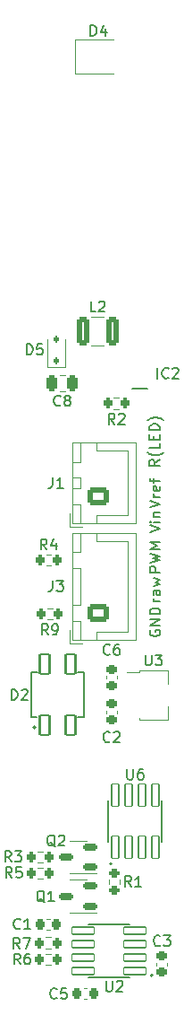
<source format=gto>
G04 #@! TF.GenerationSoftware,KiCad,Pcbnew,7.0.10*
G04 #@! TF.CreationDate,2024-03-06T15:05:53+01:00*
G04 #@! TF.ProjectId,microscope,6d696372-6f73-4636-9f70-652e6b696361,rev?*
G04 #@! TF.SameCoordinates,Original*
G04 #@! TF.FileFunction,Legend,Top*
G04 #@! TF.FilePolarity,Positive*
%FSLAX46Y46*%
G04 Gerber Fmt 4.6, Leading zero omitted, Abs format (unit mm)*
G04 Created by KiCad (PCBNEW 7.0.10) date 2024-03-06 15:05:53*
%MOMM*%
%LPD*%
G01*
G04 APERTURE LIST*
G04 Aperture macros list*
%AMRoundRect*
0 Rectangle with rounded corners*
0 $1 Rounding radius*
0 $2 $3 $4 $5 $6 $7 $8 $9 X,Y pos of 4 corners*
0 Add a 4 corners polygon primitive as box body*
4,1,4,$2,$3,$4,$5,$6,$7,$8,$9,$2,$3,0*
0 Add four circle primitives for the rounded corners*
1,1,$1+$1,$2,$3*
1,1,$1+$1,$4,$5*
1,1,$1+$1,$6,$7*
1,1,$1+$1,$8,$9*
0 Add four rect primitives between the rounded corners*
20,1,$1+$1,$2,$3,$4,$5,0*
20,1,$1+$1,$4,$5,$6,$7,0*
20,1,$1+$1,$6,$7,$8,$9,0*
20,1,$1+$1,$8,$9,$2,$3,0*%
%AMFreePoly0*
4,1,9,3.862500,-0.866500,0.737500,-0.866500,0.737500,-0.450000,-0.737500,-0.450000,-0.737500,0.450000,0.737500,0.450000,0.737500,0.866500,3.862500,0.866500,3.862500,-0.866500,3.862500,-0.866500,$1*%
G04 Aperture macros list end*
%ADD10C,0.160000*%
%ADD11C,0.120000*%
%ADD12C,0.200000*%
%ADD13C,0.127000*%
%ADD14R,2.200000X2.200000*%
%ADD15R,1.250000X2.200000*%
%ADD16RoundRect,0.250000X0.725000X-0.600000X0.725000X0.600000X-0.725000X0.600000X-0.725000X-0.600000X0*%
%ADD17O,1.950000X1.700000*%
%ADD18RoundRect,0.200000X-0.200000X-0.275000X0.200000X-0.275000X0.200000X0.275000X-0.200000X0.275000X0*%
%ADD19R,1.600000X1.600000*%
%ADD20C,1.600000*%
%ADD21RoundRect,0.225000X0.225000X0.250000X-0.225000X0.250000X-0.225000X-0.250000X0.225000X-0.250000X0*%
%ADD22RoundRect,0.150000X0.512500X0.150000X-0.512500X0.150000X-0.512500X-0.150000X0.512500X-0.150000X0*%
%ADD23R,2.500000X2.000000*%
%ADD24RoundRect,0.250000X0.750000X-0.600000X0.750000X0.600000X-0.750000X0.600000X-0.750000X-0.600000X0*%
%ADD25O,2.000000X1.700000*%
%ADD26RoundRect,0.200000X0.275000X-0.200000X0.275000X0.200000X-0.275000X0.200000X-0.275000X-0.200000X0*%
%ADD27RoundRect,0.112500X0.112500X-0.187500X0.112500X0.187500X-0.112500X0.187500X-0.112500X-0.187500X0*%
%ADD28R,1.700000X2.000000*%
%ADD29R,1.425000X0.450000*%
%ADD30RoundRect,0.225000X-0.250000X0.225000X-0.250000X-0.225000X0.250000X-0.225000X0.250000X0.225000X0*%
%ADD31RoundRect,0.200000X0.200000X0.275000X-0.200000X0.275000X-0.200000X-0.275000X0.200000X-0.275000X0*%
%ADD32RoundRect,0.225000X0.250000X-0.225000X0.250000X0.225000X-0.250000X0.225000X-0.250000X-0.225000X0*%
%ADD33RoundRect,0.056280X0.345720X-1.030720X0.345720X1.030720X-0.345720X1.030720X-0.345720X-1.030720X0*%
%ADD34RoundRect,0.056280X1.030720X0.345720X-1.030720X0.345720X-1.030720X-0.345720X1.030720X-0.345720X0*%
%ADD35RoundRect,0.225000X-0.225000X-0.250000X0.225000X-0.250000X0.225000X0.250000X-0.225000X0.250000X0*%
%ADD36RoundRect,0.250000X0.250000X0.475000X-0.250000X0.475000X-0.250000X-0.475000X0.250000X-0.475000X0*%
%ADD37RoundRect,0.111400X0.445600X-0.945600X0.445600X0.945600X-0.445600X0.945600X-0.445600X-0.945600X0*%
%ADD38RoundRect,0.250000X-0.375000X-1.075000X0.375000X-1.075000X0.375000X1.075000X-0.375000X1.075000X0*%
%ADD39R,1.300000X0.900000*%
%ADD40FreePoly0,0.000000*%
G04 APERTURE END LIST*
D10*
X104869299Y-96549498D02*
X105869299Y-96216165D01*
X105869299Y-96216165D02*
X104869299Y-95882832D01*
X105869299Y-95549498D02*
X105202632Y-95549498D01*
X105393108Y-95549498D02*
X105297870Y-95501879D01*
X105297870Y-95501879D02*
X105250251Y-95454260D01*
X105250251Y-95454260D02*
X105202632Y-95359022D01*
X105202632Y-95359022D02*
X105202632Y-95263784D01*
X105821680Y-94549498D02*
X105869299Y-94644736D01*
X105869299Y-94644736D02*
X105869299Y-94835212D01*
X105869299Y-94835212D02*
X105821680Y-94930450D01*
X105821680Y-94930450D02*
X105726441Y-94978069D01*
X105726441Y-94978069D02*
X105345489Y-94978069D01*
X105345489Y-94978069D02*
X105250251Y-94930450D01*
X105250251Y-94930450D02*
X105202632Y-94835212D01*
X105202632Y-94835212D02*
X105202632Y-94644736D01*
X105202632Y-94644736D02*
X105250251Y-94549498D01*
X105250251Y-94549498D02*
X105345489Y-94501879D01*
X105345489Y-94501879D02*
X105440727Y-94501879D01*
X105440727Y-94501879D02*
X105535965Y-94978069D01*
X105202632Y-94216164D02*
X105202632Y-93835212D01*
X105869299Y-94073307D02*
X105012156Y-94073307D01*
X105012156Y-94073307D02*
X104916918Y-94025688D01*
X104916918Y-94025688D02*
X104869299Y-93930450D01*
X104869299Y-93930450D02*
X104869299Y-93835212D01*
X105799299Y-92049213D02*
X105323108Y-92382546D01*
X105799299Y-92620641D02*
X104799299Y-92620641D01*
X104799299Y-92620641D02*
X104799299Y-92239689D01*
X104799299Y-92239689D02*
X104846918Y-92144451D01*
X104846918Y-92144451D02*
X104894537Y-92096832D01*
X104894537Y-92096832D02*
X104989775Y-92049213D01*
X104989775Y-92049213D02*
X105132632Y-92049213D01*
X105132632Y-92049213D02*
X105227870Y-92096832D01*
X105227870Y-92096832D02*
X105275489Y-92144451D01*
X105275489Y-92144451D02*
X105323108Y-92239689D01*
X105323108Y-92239689D02*
X105323108Y-92620641D01*
X106180251Y-91334927D02*
X106132632Y-91382546D01*
X106132632Y-91382546D02*
X105989775Y-91477784D01*
X105989775Y-91477784D02*
X105894537Y-91525403D01*
X105894537Y-91525403D02*
X105751680Y-91573022D01*
X105751680Y-91573022D02*
X105513584Y-91620641D01*
X105513584Y-91620641D02*
X105323108Y-91620641D01*
X105323108Y-91620641D02*
X105085013Y-91573022D01*
X105085013Y-91573022D02*
X104942156Y-91525403D01*
X104942156Y-91525403D02*
X104846918Y-91477784D01*
X104846918Y-91477784D02*
X104704060Y-91382546D01*
X104704060Y-91382546D02*
X104656441Y-91334927D01*
X105799299Y-90477784D02*
X105799299Y-90953974D01*
X105799299Y-90953974D02*
X104799299Y-90953974D01*
X105275489Y-90144450D02*
X105275489Y-89811117D01*
X105799299Y-89668260D02*
X105799299Y-90144450D01*
X105799299Y-90144450D02*
X104799299Y-90144450D01*
X104799299Y-90144450D02*
X104799299Y-89668260D01*
X105799299Y-89239688D02*
X104799299Y-89239688D01*
X104799299Y-89239688D02*
X104799299Y-89001593D01*
X104799299Y-89001593D02*
X104846918Y-88858736D01*
X104846918Y-88858736D02*
X104942156Y-88763498D01*
X104942156Y-88763498D02*
X105037394Y-88715879D01*
X105037394Y-88715879D02*
X105227870Y-88668260D01*
X105227870Y-88668260D02*
X105370727Y-88668260D01*
X105370727Y-88668260D02*
X105561203Y-88715879D01*
X105561203Y-88715879D02*
X105656441Y-88763498D01*
X105656441Y-88763498D02*
X105751680Y-88858736D01*
X105751680Y-88858736D02*
X105799299Y-89001593D01*
X105799299Y-89001593D02*
X105799299Y-89239688D01*
X106180251Y-88334926D02*
X106132632Y-88287307D01*
X106132632Y-88287307D02*
X105989775Y-88192069D01*
X105989775Y-88192069D02*
X105894537Y-88144450D01*
X105894537Y-88144450D02*
X105751680Y-88096831D01*
X105751680Y-88096831D02*
X105513584Y-88049212D01*
X105513584Y-88049212D02*
X105323108Y-88049212D01*
X105323108Y-88049212D02*
X105085013Y-88096831D01*
X105085013Y-88096831D02*
X104942156Y-88144450D01*
X104942156Y-88144450D02*
X104846918Y-88192069D01*
X104846918Y-88192069D02*
X104704060Y-88287307D01*
X104704060Y-88287307D02*
X104656441Y-88334926D01*
X105869299Y-105406641D02*
X105202632Y-105406641D01*
X105393108Y-105406641D02*
X105297870Y-105359022D01*
X105297870Y-105359022D02*
X105250251Y-105311403D01*
X105250251Y-105311403D02*
X105202632Y-105216165D01*
X105202632Y-105216165D02*
X105202632Y-105120927D01*
X105869299Y-104359022D02*
X105345489Y-104359022D01*
X105345489Y-104359022D02*
X105250251Y-104406641D01*
X105250251Y-104406641D02*
X105202632Y-104501879D01*
X105202632Y-104501879D02*
X105202632Y-104692355D01*
X105202632Y-104692355D02*
X105250251Y-104787593D01*
X105821680Y-104359022D02*
X105869299Y-104454260D01*
X105869299Y-104454260D02*
X105869299Y-104692355D01*
X105869299Y-104692355D02*
X105821680Y-104787593D01*
X105821680Y-104787593D02*
X105726441Y-104835212D01*
X105726441Y-104835212D02*
X105631203Y-104835212D01*
X105631203Y-104835212D02*
X105535965Y-104787593D01*
X105535965Y-104787593D02*
X105488346Y-104692355D01*
X105488346Y-104692355D02*
X105488346Y-104454260D01*
X105488346Y-104454260D02*
X105440727Y-104359022D01*
X105202632Y-103978069D02*
X105869299Y-103787593D01*
X105869299Y-103787593D02*
X105393108Y-103597117D01*
X105393108Y-103597117D02*
X105869299Y-103406641D01*
X105869299Y-103406641D02*
X105202632Y-103216165D01*
X104869299Y-98910298D02*
X105869299Y-98576965D01*
X105869299Y-98576965D02*
X104869299Y-98243632D01*
X105869299Y-97910298D02*
X105202632Y-97910298D01*
X104869299Y-97910298D02*
X104916918Y-97957917D01*
X104916918Y-97957917D02*
X104964537Y-97910298D01*
X104964537Y-97910298D02*
X104916918Y-97862679D01*
X104916918Y-97862679D02*
X104869299Y-97910298D01*
X104869299Y-97910298D02*
X104964537Y-97910298D01*
X105202632Y-97434108D02*
X105869299Y-97434108D01*
X105297870Y-97434108D02*
X105250251Y-97386489D01*
X105250251Y-97386489D02*
X105202632Y-97291251D01*
X105202632Y-97291251D02*
X105202632Y-97148394D01*
X105202632Y-97148394D02*
X105250251Y-97053156D01*
X105250251Y-97053156D02*
X105345489Y-97005537D01*
X105345489Y-97005537D02*
X105869299Y-97005537D01*
X104916918Y-108132832D02*
X104869299Y-108228070D01*
X104869299Y-108228070D02*
X104869299Y-108370927D01*
X104869299Y-108370927D02*
X104916918Y-108513784D01*
X104916918Y-108513784D02*
X105012156Y-108609022D01*
X105012156Y-108609022D02*
X105107394Y-108656641D01*
X105107394Y-108656641D02*
X105297870Y-108704260D01*
X105297870Y-108704260D02*
X105440727Y-108704260D01*
X105440727Y-108704260D02*
X105631203Y-108656641D01*
X105631203Y-108656641D02*
X105726441Y-108609022D01*
X105726441Y-108609022D02*
X105821680Y-108513784D01*
X105821680Y-108513784D02*
X105869299Y-108370927D01*
X105869299Y-108370927D02*
X105869299Y-108275689D01*
X105869299Y-108275689D02*
X105821680Y-108132832D01*
X105821680Y-108132832D02*
X105774060Y-108085213D01*
X105774060Y-108085213D02*
X105440727Y-108085213D01*
X105440727Y-108085213D02*
X105440727Y-108275689D01*
X105869299Y-107656641D02*
X104869299Y-107656641D01*
X104869299Y-107656641D02*
X105869299Y-107085213D01*
X105869299Y-107085213D02*
X104869299Y-107085213D01*
X105869299Y-106609022D02*
X104869299Y-106609022D01*
X104869299Y-106609022D02*
X104869299Y-106370927D01*
X104869299Y-106370927D02*
X104916918Y-106228070D01*
X104916918Y-106228070D02*
X105012156Y-106132832D01*
X105012156Y-106132832D02*
X105107394Y-106085213D01*
X105107394Y-106085213D02*
X105297870Y-106037594D01*
X105297870Y-106037594D02*
X105440727Y-106037594D01*
X105440727Y-106037594D02*
X105631203Y-106085213D01*
X105631203Y-106085213D02*
X105726441Y-106132832D01*
X105726441Y-106132832D02*
X105821680Y-106228070D01*
X105821680Y-106228070D02*
X105869299Y-106370927D01*
X105869299Y-106370927D02*
X105869299Y-106609022D01*
X105869299Y-102656641D02*
X104869299Y-102656641D01*
X104869299Y-102656641D02*
X104869299Y-102275689D01*
X104869299Y-102275689D02*
X104916918Y-102180451D01*
X104916918Y-102180451D02*
X104964537Y-102132832D01*
X104964537Y-102132832D02*
X105059775Y-102085213D01*
X105059775Y-102085213D02*
X105202632Y-102085213D01*
X105202632Y-102085213D02*
X105297870Y-102132832D01*
X105297870Y-102132832D02*
X105345489Y-102180451D01*
X105345489Y-102180451D02*
X105393108Y-102275689D01*
X105393108Y-102275689D02*
X105393108Y-102656641D01*
X104869299Y-101751879D02*
X105869299Y-101513784D01*
X105869299Y-101513784D02*
X105155013Y-101323308D01*
X105155013Y-101323308D02*
X105869299Y-101132832D01*
X105869299Y-101132832D02*
X104869299Y-100894737D01*
X105869299Y-100513784D02*
X104869299Y-100513784D01*
X104869299Y-100513784D02*
X105583584Y-100180451D01*
X105583584Y-100180451D02*
X104869299Y-99847118D01*
X104869299Y-99847118D02*
X105869299Y-99847118D01*
X99261905Y-52054299D02*
X99261905Y-51054299D01*
X99261905Y-51054299D02*
X99500000Y-51054299D01*
X99500000Y-51054299D02*
X99642857Y-51101918D01*
X99642857Y-51101918D02*
X99738095Y-51197156D01*
X99738095Y-51197156D02*
X99785714Y-51292394D01*
X99785714Y-51292394D02*
X99833333Y-51482870D01*
X99833333Y-51482870D02*
X99833333Y-51625727D01*
X99833333Y-51625727D02*
X99785714Y-51816203D01*
X99785714Y-51816203D02*
X99738095Y-51911441D01*
X99738095Y-51911441D02*
X99642857Y-52006680D01*
X99642857Y-52006680D02*
X99500000Y-52054299D01*
X99500000Y-52054299D02*
X99261905Y-52054299D01*
X100690476Y-51387632D02*
X100690476Y-52054299D01*
X100452381Y-51006680D02*
X100214286Y-51720965D01*
X100214286Y-51720965D02*
X100833333Y-51720965D01*
X95666666Y-103441899D02*
X95666666Y-104156184D01*
X95666666Y-104156184D02*
X95619047Y-104299041D01*
X95619047Y-104299041D02*
X95523809Y-104394280D01*
X95523809Y-104394280D02*
X95380952Y-104441899D01*
X95380952Y-104441899D02*
X95285714Y-104441899D01*
X96047619Y-103441899D02*
X96666666Y-103441899D01*
X96666666Y-103441899D02*
X96333333Y-103822851D01*
X96333333Y-103822851D02*
X96476190Y-103822851D01*
X96476190Y-103822851D02*
X96571428Y-103870470D01*
X96571428Y-103870470D02*
X96619047Y-103918089D01*
X96619047Y-103918089D02*
X96666666Y-104013327D01*
X96666666Y-104013327D02*
X96666666Y-104251422D01*
X96666666Y-104251422D02*
X96619047Y-104346660D01*
X96619047Y-104346660D02*
X96571428Y-104394280D01*
X96571428Y-104394280D02*
X96476190Y-104441899D01*
X96476190Y-104441899D02*
X96190476Y-104441899D01*
X96190476Y-104441899D02*
X96095238Y-104394280D01*
X96095238Y-104394280D02*
X96047619Y-104346660D01*
X101534933Y-88693899D02*
X101201600Y-88217708D01*
X100963505Y-88693899D02*
X100963505Y-87693899D01*
X100963505Y-87693899D02*
X101344457Y-87693899D01*
X101344457Y-87693899D02*
X101439695Y-87741518D01*
X101439695Y-87741518D02*
X101487314Y-87789137D01*
X101487314Y-87789137D02*
X101534933Y-87884375D01*
X101534933Y-87884375D02*
X101534933Y-88027232D01*
X101534933Y-88027232D02*
X101487314Y-88122470D01*
X101487314Y-88122470D02*
X101439695Y-88170089D01*
X101439695Y-88170089D02*
X101344457Y-88217708D01*
X101344457Y-88217708D02*
X100963505Y-88217708D01*
X101915886Y-87789137D02*
X101963505Y-87741518D01*
X101963505Y-87741518D02*
X102058743Y-87693899D01*
X102058743Y-87693899D02*
X102296838Y-87693899D01*
X102296838Y-87693899D02*
X102392076Y-87741518D01*
X102392076Y-87741518D02*
X102439695Y-87789137D01*
X102439695Y-87789137D02*
X102487314Y-87884375D01*
X102487314Y-87884375D02*
X102487314Y-87979613D01*
X102487314Y-87979613D02*
X102439695Y-88122470D01*
X102439695Y-88122470D02*
X101868267Y-88693899D01*
X101868267Y-88693899D02*
X102487314Y-88693899D01*
X96048533Y-142799460D02*
X96000914Y-142847080D01*
X96000914Y-142847080D02*
X95858057Y-142894699D01*
X95858057Y-142894699D02*
X95762819Y-142894699D01*
X95762819Y-142894699D02*
X95619962Y-142847080D01*
X95619962Y-142847080D02*
X95524724Y-142751841D01*
X95524724Y-142751841D02*
X95477105Y-142656603D01*
X95477105Y-142656603D02*
X95429486Y-142466127D01*
X95429486Y-142466127D02*
X95429486Y-142323270D01*
X95429486Y-142323270D02*
X95477105Y-142132794D01*
X95477105Y-142132794D02*
X95524724Y-142037556D01*
X95524724Y-142037556D02*
X95619962Y-141942318D01*
X95619962Y-141942318D02*
X95762819Y-141894699D01*
X95762819Y-141894699D02*
X95858057Y-141894699D01*
X95858057Y-141894699D02*
X96000914Y-141942318D01*
X96000914Y-141942318D02*
X96048533Y-141989937D01*
X96953295Y-141894699D02*
X96477105Y-141894699D01*
X96477105Y-141894699D02*
X96429486Y-142370889D01*
X96429486Y-142370889D02*
X96477105Y-142323270D01*
X96477105Y-142323270D02*
X96572343Y-142275651D01*
X96572343Y-142275651D02*
X96810438Y-142275651D01*
X96810438Y-142275651D02*
X96905676Y-142323270D01*
X96905676Y-142323270D02*
X96953295Y-142370889D01*
X96953295Y-142370889D02*
X97000914Y-142466127D01*
X97000914Y-142466127D02*
X97000914Y-142704222D01*
X97000914Y-142704222D02*
X96953295Y-142799460D01*
X96953295Y-142799460D02*
X96905676Y-142847080D01*
X96905676Y-142847080D02*
X96810438Y-142894699D01*
X96810438Y-142894699D02*
X96572343Y-142894699D01*
X96572343Y-142894699D02*
X96477105Y-142847080D01*
X96477105Y-142847080D02*
X96429486Y-142799460D01*
X94904761Y-133799537D02*
X94809523Y-133751918D01*
X94809523Y-133751918D02*
X94714285Y-133656680D01*
X94714285Y-133656680D02*
X94571428Y-133513822D01*
X94571428Y-133513822D02*
X94476190Y-133466203D01*
X94476190Y-133466203D02*
X94380952Y-133466203D01*
X94428571Y-133704299D02*
X94333333Y-133656680D01*
X94333333Y-133656680D02*
X94238095Y-133561441D01*
X94238095Y-133561441D02*
X94190476Y-133370965D01*
X94190476Y-133370965D02*
X94190476Y-133037632D01*
X94190476Y-133037632D02*
X94238095Y-132847156D01*
X94238095Y-132847156D02*
X94333333Y-132751918D01*
X94333333Y-132751918D02*
X94428571Y-132704299D01*
X94428571Y-132704299D02*
X94619047Y-132704299D01*
X94619047Y-132704299D02*
X94714285Y-132751918D01*
X94714285Y-132751918D02*
X94809523Y-132847156D01*
X94809523Y-132847156D02*
X94857142Y-133037632D01*
X94857142Y-133037632D02*
X94857142Y-133370965D01*
X94857142Y-133370965D02*
X94809523Y-133561441D01*
X94809523Y-133561441D02*
X94714285Y-133656680D01*
X94714285Y-133656680D02*
X94619047Y-133704299D01*
X94619047Y-133704299D02*
X94428571Y-133704299D01*
X95809523Y-133704299D02*
X95238095Y-133704299D01*
X95523809Y-133704299D02*
X95523809Y-132704299D01*
X95523809Y-132704299D02*
X95428571Y-132847156D01*
X95428571Y-132847156D02*
X95333333Y-132942394D01*
X95333333Y-132942394D02*
X95238095Y-132990013D01*
X95109733Y-100522699D02*
X94776400Y-100046508D01*
X94538305Y-100522699D02*
X94538305Y-99522699D01*
X94538305Y-99522699D02*
X94919257Y-99522699D01*
X94919257Y-99522699D02*
X95014495Y-99570318D01*
X95014495Y-99570318D02*
X95062114Y-99617937D01*
X95062114Y-99617937D02*
X95109733Y-99713175D01*
X95109733Y-99713175D02*
X95109733Y-99856032D01*
X95109733Y-99856032D02*
X95062114Y-99951270D01*
X95062114Y-99951270D02*
X95014495Y-99998889D01*
X95014495Y-99998889D02*
X94919257Y-100046508D01*
X94919257Y-100046508D02*
X94538305Y-100046508D01*
X95966876Y-99856032D02*
X95966876Y-100522699D01*
X95728781Y-99475080D02*
X95490686Y-100189365D01*
X95490686Y-100189365D02*
X96109733Y-100189365D01*
X92543333Y-138170299D02*
X92210000Y-137694108D01*
X91971905Y-138170299D02*
X91971905Y-137170299D01*
X91971905Y-137170299D02*
X92352857Y-137170299D01*
X92352857Y-137170299D02*
X92448095Y-137217918D01*
X92448095Y-137217918D02*
X92495714Y-137265537D01*
X92495714Y-137265537D02*
X92543333Y-137360775D01*
X92543333Y-137360775D02*
X92543333Y-137503632D01*
X92543333Y-137503632D02*
X92495714Y-137598870D01*
X92495714Y-137598870D02*
X92448095Y-137646489D01*
X92448095Y-137646489D02*
X92352857Y-137694108D01*
X92352857Y-137694108D02*
X91971905Y-137694108D01*
X92876667Y-137170299D02*
X93543333Y-137170299D01*
X93543333Y-137170299D02*
X93114762Y-138170299D01*
X95666666Y-93704299D02*
X95666666Y-94418584D01*
X95666666Y-94418584D02*
X95619047Y-94561441D01*
X95619047Y-94561441D02*
X95523809Y-94656680D01*
X95523809Y-94656680D02*
X95380952Y-94704299D01*
X95380952Y-94704299D02*
X95285714Y-94704299D01*
X96666666Y-94704299D02*
X96095238Y-94704299D01*
X96380952Y-94704299D02*
X96380952Y-93704299D01*
X96380952Y-93704299D02*
X96285714Y-93847156D01*
X96285714Y-93847156D02*
X96190476Y-93942394D01*
X96190476Y-93942394D02*
X96095238Y-93990013D01*
X103109733Y-132327099D02*
X102776400Y-131850908D01*
X102538305Y-132327099D02*
X102538305Y-131327099D01*
X102538305Y-131327099D02*
X102919257Y-131327099D01*
X102919257Y-131327099D02*
X103014495Y-131374718D01*
X103014495Y-131374718D02*
X103062114Y-131422337D01*
X103062114Y-131422337D02*
X103109733Y-131517575D01*
X103109733Y-131517575D02*
X103109733Y-131660432D01*
X103109733Y-131660432D02*
X103062114Y-131755670D01*
X103062114Y-131755670D02*
X103014495Y-131803289D01*
X103014495Y-131803289D02*
X102919257Y-131850908D01*
X102919257Y-131850908D02*
X102538305Y-131850908D01*
X104062114Y-132327099D02*
X103490686Y-132327099D01*
X103776400Y-132327099D02*
X103776400Y-131327099D01*
X103776400Y-131327099D02*
X103681162Y-131469956D01*
X103681162Y-131469956D02*
X103585924Y-131565194D01*
X103585924Y-131565194D02*
X103490686Y-131612813D01*
X93191105Y-82140699D02*
X93191105Y-81140699D01*
X93191105Y-81140699D02*
X93429200Y-81140699D01*
X93429200Y-81140699D02*
X93572057Y-81188318D01*
X93572057Y-81188318D02*
X93667295Y-81283556D01*
X93667295Y-81283556D02*
X93714914Y-81378794D01*
X93714914Y-81378794D02*
X93762533Y-81569270D01*
X93762533Y-81569270D02*
X93762533Y-81712127D01*
X93762533Y-81712127D02*
X93714914Y-81902603D01*
X93714914Y-81902603D02*
X93667295Y-81997841D01*
X93667295Y-81997841D02*
X93572057Y-82093080D01*
X93572057Y-82093080D02*
X93429200Y-82140699D01*
X93429200Y-82140699D02*
X93191105Y-82140699D01*
X94667295Y-81140699D02*
X94191105Y-81140699D01*
X94191105Y-81140699D02*
X94143486Y-81616889D01*
X94143486Y-81616889D02*
X94191105Y-81569270D01*
X94191105Y-81569270D02*
X94286343Y-81521651D01*
X94286343Y-81521651D02*
X94524438Y-81521651D01*
X94524438Y-81521651D02*
X94619676Y-81569270D01*
X94619676Y-81569270D02*
X94667295Y-81616889D01*
X94667295Y-81616889D02*
X94714914Y-81712127D01*
X94714914Y-81712127D02*
X94714914Y-81950222D01*
X94714914Y-81950222D02*
X94667295Y-82045460D01*
X94667295Y-82045460D02*
X94619676Y-82093080D01*
X94619676Y-82093080D02*
X94524438Y-82140699D01*
X94524438Y-82140699D02*
X94286343Y-82140699D01*
X94286343Y-82140699D02*
X94191105Y-82093080D01*
X94191105Y-82093080D02*
X94143486Y-82045460D01*
X105602210Y-84375899D02*
X105602210Y-83375899D01*
X106649828Y-84280660D02*
X106602209Y-84328280D01*
X106602209Y-84328280D02*
X106459352Y-84375899D01*
X106459352Y-84375899D02*
X106364114Y-84375899D01*
X106364114Y-84375899D02*
X106221257Y-84328280D01*
X106221257Y-84328280D02*
X106126019Y-84233041D01*
X106126019Y-84233041D02*
X106078400Y-84137803D01*
X106078400Y-84137803D02*
X106030781Y-83947327D01*
X106030781Y-83947327D02*
X106030781Y-83804470D01*
X106030781Y-83804470D02*
X106078400Y-83613994D01*
X106078400Y-83613994D02*
X106126019Y-83518756D01*
X106126019Y-83518756D02*
X106221257Y-83423518D01*
X106221257Y-83423518D02*
X106364114Y-83375899D01*
X106364114Y-83375899D02*
X106459352Y-83375899D01*
X106459352Y-83375899D02*
X106602209Y-83423518D01*
X106602209Y-83423518D02*
X106649828Y-83471137D01*
X107030781Y-83471137D02*
X107078400Y-83423518D01*
X107078400Y-83423518D02*
X107173638Y-83375899D01*
X107173638Y-83375899D02*
X107411733Y-83375899D01*
X107411733Y-83375899D02*
X107506971Y-83423518D01*
X107506971Y-83423518D02*
X107554590Y-83471137D01*
X107554590Y-83471137D02*
X107602209Y-83566375D01*
X107602209Y-83566375D02*
X107602209Y-83661613D01*
X107602209Y-83661613D02*
X107554590Y-83804470D01*
X107554590Y-83804470D02*
X106983162Y-84375899D01*
X106983162Y-84375899D02*
X107602209Y-84375899D01*
X101083333Y-110359060D02*
X101035714Y-110406680D01*
X101035714Y-110406680D02*
X100892857Y-110454299D01*
X100892857Y-110454299D02*
X100797619Y-110454299D01*
X100797619Y-110454299D02*
X100654762Y-110406680D01*
X100654762Y-110406680D02*
X100559524Y-110311441D01*
X100559524Y-110311441D02*
X100511905Y-110216203D01*
X100511905Y-110216203D02*
X100464286Y-110025727D01*
X100464286Y-110025727D02*
X100464286Y-109882870D01*
X100464286Y-109882870D02*
X100511905Y-109692394D01*
X100511905Y-109692394D02*
X100559524Y-109597156D01*
X100559524Y-109597156D02*
X100654762Y-109501918D01*
X100654762Y-109501918D02*
X100797619Y-109454299D01*
X100797619Y-109454299D02*
X100892857Y-109454299D01*
X100892857Y-109454299D02*
X101035714Y-109501918D01*
X101035714Y-109501918D02*
X101083333Y-109549537D01*
X101940476Y-109454299D02*
X101750000Y-109454299D01*
X101750000Y-109454299D02*
X101654762Y-109501918D01*
X101654762Y-109501918D02*
X101607143Y-109549537D01*
X101607143Y-109549537D02*
X101511905Y-109692394D01*
X101511905Y-109692394D02*
X101464286Y-109882870D01*
X101464286Y-109882870D02*
X101464286Y-110263822D01*
X101464286Y-110263822D02*
X101511905Y-110359060D01*
X101511905Y-110359060D02*
X101559524Y-110406680D01*
X101559524Y-110406680D02*
X101654762Y-110454299D01*
X101654762Y-110454299D02*
X101845238Y-110454299D01*
X101845238Y-110454299D02*
X101940476Y-110406680D01*
X101940476Y-110406680D02*
X101988095Y-110359060D01*
X101988095Y-110359060D02*
X102035714Y-110263822D01*
X102035714Y-110263822D02*
X102035714Y-110025727D01*
X102035714Y-110025727D02*
X101988095Y-109930489D01*
X101988095Y-109930489D02*
X101940476Y-109882870D01*
X101940476Y-109882870D02*
X101845238Y-109835251D01*
X101845238Y-109835251D02*
X101654762Y-109835251D01*
X101654762Y-109835251D02*
X101559524Y-109882870D01*
X101559524Y-109882870D02*
X101511905Y-109930489D01*
X101511905Y-109930489D02*
X101464286Y-110025727D01*
X91806733Y-131467499D02*
X91473400Y-130991308D01*
X91235305Y-131467499D02*
X91235305Y-130467499D01*
X91235305Y-130467499D02*
X91616257Y-130467499D01*
X91616257Y-130467499D02*
X91711495Y-130515118D01*
X91711495Y-130515118D02*
X91759114Y-130562737D01*
X91759114Y-130562737D02*
X91806733Y-130657975D01*
X91806733Y-130657975D02*
X91806733Y-130800832D01*
X91806733Y-130800832D02*
X91759114Y-130896070D01*
X91759114Y-130896070D02*
X91711495Y-130943689D01*
X91711495Y-130943689D02*
X91616257Y-130991308D01*
X91616257Y-130991308D02*
X91235305Y-130991308D01*
X92711495Y-130467499D02*
X92235305Y-130467499D01*
X92235305Y-130467499D02*
X92187686Y-130943689D01*
X92187686Y-130943689D02*
X92235305Y-130896070D01*
X92235305Y-130896070D02*
X92330543Y-130848451D01*
X92330543Y-130848451D02*
X92568638Y-130848451D01*
X92568638Y-130848451D02*
X92663876Y-130896070D01*
X92663876Y-130896070D02*
X92711495Y-130943689D01*
X92711495Y-130943689D02*
X92759114Y-131038927D01*
X92759114Y-131038927D02*
X92759114Y-131277022D01*
X92759114Y-131277022D02*
X92711495Y-131372260D01*
X92711495Y-131372260D02*
X92663876Y-131419880D01*
X92663876Y-131419880D02*
X92568638Y-131467499D01*
X92568638Y-131467499D02*
X92330543Y-131467499D01*
X92330543Y-131467499D02*
X92235305Y-131419880D01*
X92235305Y-131419880D02*
X92187686Y-131372260D01*
X101083333Y-118609060D02*
X101035714Y-118656680D01*
X101035714Y-118656680D02*
X100892857Y-118704299D01*
X100892857Y-118704299D02*
X100797619Y-118704299D01*
X100797619Y-118704299D02*
X100654762Y-118656680D01*
X100654762Y-118656680D02*
X100559524Y-118561441D01*
X100559524Y-118561441D02*
X100511905Y-118466203D01*
X100511905Y-118466203D02*
X100464286Y-118275727D01*
X100464286Y-118275727D02*
X100464286Y-118132870D01*
X100464286Y-118132870D02*
X100511905Y-117942394D01*
X100511905Y-117942394D02*
X100559524Y-117847156D01*
X100559524Y-117847156D02*
X100654762Y-117751918D01*
X100654762Y-117751918D02*
X100797619Y-117704299D01*
X100797619Y-117704299D02*
X100892857Y-117704299D01*
X100892857Y-117704299D02*
X101035714Y-117751918D01*
X101035714Y-117751918D02*
X101083333Y-117799537D01*
X101464286Y-117799537D02*
X101511905Y-117751918D01*
X101511905Y-117751918D02*
X101607143Y-117704299D01*
X101607143Y-117704299D02*
X101845238Y-117704299D01*
X101845238Y-117704299D02*
X101940476Y-117751918D01*
X101940476Y-117751918D02*
X101988095Y-117799537D01*
X101988095Y-117799537D02*
X102035714Y-117894775D01*
X102035714Y-117894775D02*
X102035714Y-117990013D01*
X102035714Y-117990013D02*
X101988095Y-118132870D01*
X101988095Y-118132870D02*
X101416667Y-118704299D01*
X101416667Y-118704299D02*
X102035714Y-118704299D01*
X95904761Y-128549537D02*
X95809523Y-128501918D01*
X95809523Y-128501918D02*
X95714285Y-128406680D01*
X95714285Y-128406680D02*
X95571428Y-128263822D01*
X95571428Y-128263822D02*
X95476190Y-128216203D01*
X95476190Y-128216203D02*
X95380952Y-128216203D01*
X95428571Y-128454299D02*
X95333333Y-128406680D01*
X95333333Y-128406680D02*
X95238095Y-128311441D01*
X95238095Y-128311441D02*
X95190476Y-128120965D01*
X95190476Y-128120965D02*
X95190476Y-127787632D01*
X95190476Y-127787632D02*
X95238095Y-127597156D01*
X95238095Y-127597156D02*
X95333333Y-127501918D01*
X95333333Y-127501918D02*
X95428571Y-127454299D01*
X95428571Y-127454299D02*
X95619047Y-127454299D01*
X95619047Y-127454299D02*
X95714285Y-127501918D01*
X95714285Y-127501918D02*
X95809523Y-127597156D01*
X95809523Y-127597156D02*
X95857142Y-127787632D01*
X95857142Y-127787632D02*
X95857142Y-128120965D01*
X95857142Y-128120965D02*
X95809523Y-128311441D01*
X95809523Y-128311441D02*
X95714285Y-128406680D01*
X95714285Y-128406680D02*
X95619047Y-128454299D01*
X95619047Y-128454299D02*
X95428571Y-128454299D01*
X96238095Y-127549537D02*
X96285714Y-127501918D01*
X96285714Y-127501918D02*
X96380952Y-127454299D01*
X96380952Y-127454299D02*
X96619047Y-127454299D01*
X96619047Y-127454299D02*
X96714285Y-127501918D01*
X96714285Y-127501918D02*
X96761904Y-127549537D01*
X96761904Y-127549537D02*
X96809523Y-127644775D01*
X96809523Y-127644775D02*
X96809523Y-127740013D01*
X96809523Y-127740013D02*
X96761904Y-127882870D01*
X96761904Y-127882870D02*
X96190476Y-128454299D01*
X96190476Y-128454299D02*
X96809523Y-128454299D01*
X91738733Y-129968899D02*
X91405400Y-129492708D01*
X91167305Y-129968899D02*
X91167305Y-128968899D01*
X91167305Y-128968899D02*
X91548257Y-128968899D01*
X91548257Y-128968899D02*
X91643495Y-129016518D01*
X91643495Y-129016518D02*
X91691114Y-129064137D01*
X91691114Y-129064137D02*
X91738733Y-129159375D01*
X91738733Y-129159375D02*
X91738733Y-129302232D01*
X91738733Y-129302232D02*
X91691114Y-129397470D01*
X91691114Y-129397470D02*
X91643495Y-129445089D01*
X91643495Y-129445089D02*
X91548257Y-129492708D01*
X91548257Y-129492708D02*
X91167305Y-129492708D01*
X92072067Y-128968899D02*
X92691114Y-128968899D01*
X92691114Y-128968899D02*
X92357781Y-129349851D01*
X92357781Y-129349851D02*
X92500638Y-129349851D01*
X92500638Y-129349851D02*
X92595876Y-129397470D01*
X92595876Y-129397470D02*
X92643495Y-129445089D01*
X92643495Y-129445089D02*
X92691114Y-129540327D01*
X92691114Y-129540327D02*
X92691114Y-129778422D01*
X92691114Y-129778422D02*
X92643495Y-129873660D01*
X92643495Y-129873660D02*
X92595876Y-129921280D01*
X92595876Y-129921280D02*
X92500638Y-129968899D01*
X92500638Y-129968899D02*
X92214924Y-129968899D01*
X92214924Y-129968899D02*
X92119686Y-129921280D01*
X92119686Y-129921280D02*
X92072067Y-129873660D01*
X95223533Y-108556699D02*
X94890200Y-108080508D01*
X94652105Y-108556699D02*
X94652105Y-107556699D01*
X94652105Y-107556699D02*
X95033057Y-107556699D01*
X95033057Y-107556699D02*
X95128295Y-107604318D01*
X95128295Y-107604318D02*
X95175914Y-107651937D01*
X95175914Y-107651937D02*
X95223533Y-107747175D01*
X95223533Y-107747175D02*
X95223533Y-107890032D01*
X95223533Y-107890032D02*
X95175914Y-107985270D01*
X95175914Y-107985270D02*
X95128295Y-108032889D01*
X95128295Y-108032889D02*
X95033057Y-108080508D01*
X95033057Y-108080508D02*
X94652105Y-108080508D01*
X95699724Y-108556699D02*
X95890200Y-108556699D01*
X95890200Y-108556699D02*
X95985438Y-108509080D01*
X95985438Y-108509080D02*
X96033057Y-108461460D01*
X96033057Y-108461460D02*
X96128295Y-108318603D01*
X96128295Y-108318603D02*
X96175914Y-108128127D01*
X96175914Y-108128127D02*
X96175914Y-107747175D01*
X96175914Y-107747175D02*
X96128295Y-107651937D01*
X96128295Y-107651937D02*
X96080676Y-107604318D01*
X96080676Y-107604318D02*
X95985438Y-107556699D01*
X95985438Y-107556699D02*
X95794962Y-107556699D01*
X95794962Y-107556699D02*
X95699724Y-107604318D01*
X95699724Y-107604318D02*
X95652105Y-107651937D01*
X95652105Y-107651937D02*
X95604486Y-107747175D01*
X95604486Y-107747175D02*
X95604486Y-107985270D01*
X95604486Y-107985270D02*
X95652105Y-108080508D01*
X95652105Y-108080508D02*
X95699724Y-108128127D01*
X95699724Y-108128127D02*
X95794962Y-108175746D01*
X95794962Y-108175746D02*
X95985438Y-108175746D01*
X95985438Y-108175746D02*
X96080676Y-108128127D01*
X96080676Y-108128127D02*
X96128295Y-108080508D01*
X96128295Y-108080508D02*
X96175914Y-107985270D01*
X102717695Y-121219099D02*
X102717695Y-122028622D01*
X102717695Y-122028622D02*
X102765314Y-122123860D01*
X102765314Y-122123860D02*
X102812933Y-122171480D01*
X102812933Y-122171480D02*
X102908171Y-122219099D01*
X102908171Y-122219099D02*
X103098647Y-122219099D01*
X103098647Y-122219099D02*
X103193885Y-122171480D01*
X103193885Y-122171480D02*
X103241504Y-122123860D01*
X103241504Y-122123860D02*
X103289123Y-122028622D01*
X103289123Y-122028622D02*
X103289123Y-121219099D01*
X104193885Y-121219099D02*
X104003409Y-121219099D01*
X104003409Y-121219099D02*
X103908171Y-121266718D01*
X103908171Y-121266718D02*
X103860552Y-121314337D01*
X103860552Y-121314337D02*
X103765314Y-121457194D01*
X103765314Y-121457194D02*
X103717695Y-121647670D01*
X103717695Y-121647670D02*
X103717695Y-122028622D01*
X103717695Y-122028622D02*
X103765314Y-122123860D01*
X103765314Y-122123860D02*
X103812933Y-122171480D01*
X103812933Y-122171480D02*
X103908171Y-122219099D01*
X103908171Y-122219099D02*
X104098647Y-122219099D01*
X104098647Y-122219099D02*
X104193885Y-122171480D01*
X104193885Y-122171480D02*
X104241504Y-122123860D01*
X104241504Y-122123860D02*
X104289123Y-122028622D01*
X104289123Y-122028622D02*
X104289123Y-121790527D01*
X104289123Y-121790527D02*
X104241504Y-121695289D01*
X104241504Y-121695289D02*
X104193885Y-121647670D01*
X104193885Y-121647670D02*
X104098647Y-121600051D01*
X104098647Y-121600051D02*
X103908171Y-121600051D01*
X103908171Y-121600051D02*
X103812933Y-121647670D01*
X103812933Y-121647670D02*
X103765314Y-121695289D01*
X103765314Y-121695289D02*
X103717695Y-121790527D01*
X92594133Y-139643499D02*
X92260800Y-139167308D01*
X92022705Y-139643499D02*
X92022705Y-138643499D01*
X92022705Y-138643499D02*
X92403657Y-138643499D01*
X92403657Y-138643499D02*
X92498895Y-138691118D01*
X92498895Y-138691118D02*
X92546514Y-138738737D01*
X92546514Y-138738737D02*
X92594133Y-138833975D01*
X92594133Y-138833975D02*
X92594133Y-138976832D01*
X92594133Y-138976832D02*
X92546514Y-139072070D01*
X92546514Y-139072070D02*
X92498895Y-139119689D01*
X92498895Y-139119689D02*
X92403657Y-139167308D01*
X92403657Y-139167308D02*
X92022705Y-139167308D01*
X93451276Y-138643499D02*
X93260800Y-138643499D01*
X93260800Y-138643499D02*
X93165562Y-138691118D01*
X93165562Y-138691118D02*
X93117943Y-138738737D01*
X93117943Y-138738737D02*
X93022705Y-138881594D01*
X93022705Y-138881594D02*
X92975086Y-139072070D01*
X92975086Y-139072070D02*
X92975086Y-139453022D01*
X92975086Y-139453022D02*
X93022705Y-139548260D01*
X93022705Y-139548260D02*
X93070324Y-139595880D01*
X93070324Y-139595880D02*
X93165562Y-139643499D01*
X93165562Y-139643499D02*
X93356038Y-139643499D01*
X93356038Y-139643499D02*
X93451276Y-139595880D01*
X93451276Y-139595880D02*
X93498895Y-139548260D01*
X93498895Y-139548260D02*
X93546514Y-139453022D01*
X93546514Y-139453022D02*
X93546514Y-139214927D01*
X93546514Y-139214927D02*
X93498895Y-139119689D01*
X93498895Y-139119689D02*
X93451276Y-139072070D01*
X93451276Y-139072070D02*
X93356038Y-139024451D01*
X93356038Y-139024451D02*
X93165562Y-139024451D01*
X93165562Y-139024451D02*
X93070324Y-139072070D01*
X93070324Y-139072070D02*
X93022705Y-139119689D01*
X93022705Y-139119689D02*
X92975086Y-139214927D01*
X100738095Y-141204299D02*
X100738095Y-142013822D01*
X100738095Y-142013822D02*
X100785714Y-142109060D01*
X100785714Y-142109060D02*
X100833333Y-142156680D01*
X100833333Y-142156680D02*
X100928571Y-142204299D01*
X100928571Y-142204299D02*
X101119047Y-142204299D01*
X101119047Y-142204299D02*
X101214285Y-142156680D01*
X101214285Y-142156680D02*
X101261904Y-142109060D01*
X101261904Y-142109060D02*
X101309523Y-142013822D01*
X101309523Y-142013822D02*
X101309523Y-141204299D01*
X101738095Y-141299537D02*
X101785714Y-141251918D01*
X101785714Y-141251918D02*
X101880952Y-141204299D01*
X101880952Y-141204299D02*
X102119047Y-141204299D01*
X102119047Y-141204299D02*
X102214285Y-141251918D01*
X102214285Y-141251918D02*
X102261904Y-141299537D01*
X102261904Y-141299537D02*
X102309523Y-141394775D01*
X102309523Y-141394775D02*
X102309523Y-141490013D01*
X102309523Y-141490013D02*
X102261904Y-141632870D01*
X102261904Y-141632870D02*
X101690476Y-142204299D01*
X101690476Y-142204299D02*
X102309523Y-142204299D01*
X92594133Y-136246260D02*
X92546514Y-136293880D01*
X92546514Y-136293880D02*
X92403657Y-136341499D01*
X92403657Y-136341499D02*
X92308419Y-136341499D01*
X92308419Y-136341499D02*
X92165562Y-136293880D01*
X92165562Y-136293880D02*
X92070324Y-136198641D01*
X92070324Y-136198641D02*
X92022705Y-136103403D01*
X92022705Y-136103403D02*
X91975086Y-135912927D01*
X91975086Y-135912927D02*
X91975086Y-135770070D01*
X91975086Y-135770070D02*
X92022705Y-135579594D01*
X92022705Y-135579594D02*
X92070324Y-135484356D01*
X92070324Y-135484356D02*
X92165562Y-135389118D01*
X92165562Y-135389118D02*
X92308419Y-135341499D01*
X92308419Y-135341499D02*
X92403657Y-135341499D01*
X92403657Y-135341499D02*
X92546514Y-135389118D01*
X92546514Y-135389118D02*
X92594133Y-135436737D01*
X93546514Y-136341499D02*
X92975086Y-136341499D01*
X93260800Y-136341499D02*
X93260800Y-135341499D01*
X93260800Y-135341499D02*
X93165562Y-135484356D01*
X93165562Y-135484356D02*
X93070324Y-135579594D01*
X93070324Y-135579594D02*
X92975086Y-135627213D01*
X105852933Y-137821060D02*
X105805314Y-137868680D01*
X105805314Y-137868680D02*
X105662457Y-137916299D01*
X105662457Y-137916299D02*
X105567219Y-137916299D01*
X105567219Y-137916299D02*
X105424362Y-137868680D01*
X105424362Y-137868680D02*
X105329124Y-137773441D01*
X105329124Y-137773441D02*
X105281505Y-137678203D01*
X105281505Y-137678203D02*
X105233886Y-137487727D01*
X105233886Y-137487727D02*
X105233886Y-137344870D01*
X105233886Y-137344870D02*
X105281505Y-137154394D01*
X105281505Y-137154394D02*
X105329124Y-137059156D01*
X105329124Y-137059156D02*
X105424362Y-136963918D01*
X105424362Y-136963918D02*
X105567219Y-136916299D01*
X105567219Y-136916299D02*
X105662457Y-136916299D01*
X105662457Y-136916299D02*
X105805314Y-136963918D01*
X105805314Y-136963918D02*
X105852933Y-137011537D01*
X106186267Y-136916299D02*
X106805314Y-136916299D01*
X106805314Y-136916299D02*
X106471981Y-137297251D01*
X106471981Y-137297251D02*
X106614838Y-137297251D01*
X106614838Y-137297251D02*
X106710076Y-137344870D01*
X106710076Y-137344870D02*
X106757695Y-137392489D01*
X106757695Y-137392489D02*
X106805314Y-137487727D01*
X106805314Y-137487727D02*
X106805314Y-137725822D01*
X106805314Y-137725822D02*
X106757695Y-137821060D01*
X106757695Y-137821060D02*
X106710076Y-137868680D01*
X106710076Y-137868680D02*
X106614838Y-137916299D01*
X106614838Y-137916299D02*
X106329124Y-137916299D01*
X106329124Y-137916299D02*
X106233886Y-137868680D01*
X106233886Y-137868680D02*
X106186267Y-137821060D01*
X96404133Y-86875060D02*
X96356514Y-86922680D01*
X96356514Y-86922680D02*
X96213657Y-86970299D01*
X96213657Y-86970299D02*
X96118419Y-86970299D01*
X96118419Y-86970299D02*
X95975562Y-86922680D01*
X95975562Y-86922680D02*
X95880324Y-86827441D01*
X95880324Y-86827441D02*
X95832705Y-86732203D01*
X95832705Y-86732203D02*
X95785086Y-86541727D01*
X95785086Y-86541727D02*
X95785086Y-86398870D01*
X95785086Y-86398870D02*
X95832705Y-86208394D01*
X95832705Y-86208394D02*
X95880324Y-86113156D01*
X95880324Y-86113156D02*
X95975562Y-86017918D01*
X95975562Y-86017918D02*
X96118419Y-85970299D01*
X96118419Y-85970299D02*
X96213657Y-85970299D01*
X96213657Y-85970299D02*
X96356514Y-86017918D01*
X96356514Y-86017918D02*
X96404133Y-86065537D01*
X96975562Y-86398870D02*
X96880324Y-86351251D01*
X96880324Y-86351251D02*
X96832705Y-86303632D01*
X96832705Y-86303632D02*
X96785086Y-86208394D01*
X96785086Y-86208394D02*
X96785086Y-86160775D01*
X96785086Y-86160775D02*
X96832705Y-86065537D01*
X96832705Y-86065537D02*
X96880324Y-86017918D01*
X96880324Y-86017918D02*
X96975562Y-85970299D01*
X96975562Y-85970299D02*
X97166038Y-85970299D01*
X97166038Y-85970299D02*
X97261276Y-86017918D01*
X97261276Y-86017918D02*
X97308895Y-86065537D01*
X97308895Y-86065537D02*
X97356514Y-86160775D01*
X97356514Y-86160775D02*
X97356514Y-86208394D01*
X97356514Y-86208394D02*
X97308895Y-86303632D01*
X97308895Y-86303632D02*
X97261276Y-86351251D01*
X97261276Y-86351251D02*
X97166038Y-86398870D01*
X97166038Y-86398870D02*
X96975562Y-86398870D01*
X96975562Y-86398870D02*
X96880324Y-86446489D01*
X96880324Y-86446489D02*
X96832705Y-86494108D01*
X96832705Y-86494108D02*
X96785086Y-86589346D01*
X96785086Y-86589346D02*
X96785086Y-86779822D01*
X96785086Y-86779822D02*
X96832705Y-86875060D01*
X96832705Y-86875060D02*
X96880324Y-86922680D01*
X96880324Y-86922680D02*
X96975562Y-86970299D01*
X96975562Y-86970299D02*
X97166038Y-86970299D01*
X97166038Y-86970299D02*
X97261276Y-86922680D01*
X97261276Y-86922680D02*
X97308895Y-86875060D01*
X97308895Y-86875060D02*
X97356514Y-86779822D01*
X97356514Y-86779822D02*
X97356514Y-86589346D01*
X97356514Y-86589346D02*
X97308895Y-86494108D01*
X97308895Y-86494108D02*
X97261276Y-86446489D01*
X97261276Y-86446489D02*
X97166038Y-86398870D01*
X91761905Y-114704299D02*
X91761905Y-113704299D01*
X91761905Y-113704299D02*
X92000000Y-113704299D01*
X92000000Y-113704299D02*
X92142857Y-113751918D01*
X92142857Y-113751918D02*
X92238095Y-113847156D01*
X92238095Y-113847156D02*
X92285714Y-113942394D01*
X92285714Y-113942394D02*
X92333333Y-114132870D01*
X92333333Y-114132870D02*
X92333333Y-114275727D01*
X92333333Y-114275727D02*
X92285714Y-114466203D01*
X92285714Y-114466203D02*
X92238095Y-114561441D01*
X92238095Y-114561441D02*
X92142857Y-114656680D01*
X92142857Y-114656680D02*
X92000000Y-114704299D01*
X92000000Y-114704299D02*
X91761905Y-114704299D01*
X92714286Y-113799537D02*
X92761905Y-113751918D01*
X92761905Y-113751918D02*
X92857143Y-113704299D01*
X92857143Y-113704299D02*
X93095238Y-113704299D01*
X93095238Y-113704299D02*
X93190476Y-113751918D01*
X93190476Y-113751918D02*
X93238095Y-113799537D01*
X93238095Y-113799537D02*
X93285714Y-113894775D01*
X93285714Y-113894775D02*
X93285714Y-113990013D01*
X93285714Y-113990013D02*
X93238095Y-114132870D01*
X93238095Y-114132870D02*
X92666667Y-114704299D01*
X92666667Y-114704299D02*
X93285714Y-114704299D01*
X99756933Y-78082699D02*
X99280743Y-78082699D01*
X99280743Y-78082699D02*
X99280743Y-77082699D01*
X100042648Y-77177937D02*
X100090267Y-77130318D01*
X100090267Y-77130318D02*
X100185505Y-77082699D01*
X100185505Y-77082699D02*
X100423600Y-77082699D01*
X100423600Y-77082699D02*
X100518838Y-77130318D01*
X100518838Y-77130318D02*
X100566457Y-77177937D01*
X100566457Y-77177937D02*
X100614076Y-77273175D01*
X100614076Y-77273175D02*
X100614076Y-77368413D01*
X100614076Y-77368413D02*
X100566457Y-77511270D01*
X100566457Y-77511270D02*
X99995029Y-78082699D01*
X99995029Y-78082699D02*
X100614076Y-78082699D01*
X104455895Y-110440099D02*
X104455895Y-111249622D01*
X104455895Y-111249622D02*
X104503514Y-111344860D01*
X104503514Y-111344860D02*
X104551133Y-111392480D01*
X104551133Y-111392480D02*
X104646371Y-111440099D01*
X104646371Y-111440099D02*
X104836847Y-111440099D01*
X104836847Y-111440099D02*
X104932085Y-111392480D01*
X104932085Y-111392480D02*
X104979704Y-111344860D01*
X104979704Y-111344860D02*
X105027323Y-111249622D01*
X105027323Y-111249622D02*
X105027323Y-110440099D01*
X105408276Y-110440099D02*
X106027323Y-110440099D01*
X106027323Y-110440099D02*
X105693990Y-110821051D01*
X105693990Y-110821051D02*
X105836847Y-110821051D01*
X105836847Y-110821051D02*
X105932085Y-110868670D01*
X105932085Y-110868670D02*
X105979704Y-110916289D01*
X105979704Y-110916289D02*
X106027323Y-111011527D01*
X106027323Y-111011527D02*
X106027323Y-111249622D01*
X106027323Y-111249622D02*
X105979704Y-111344860D01*
X105979704Y-111344860D02*
X105932085Y-111392480D01*
X105932085Y-111392480D02*
X105836847Y-111440099D01*
X105836847Y-111440099D02*
X105551133Y-111440099D01*
X105551133Y-111440099D02*
X105455895Y-111392480D01*
X105455895Y-111392480D02*
X105408276Y-111344860D01*
D11*
X97800000Y-52400000D02*
X97800000Y-55600000D01*
X101400000Y-52400000D02*
X97800000Y-52400000D01*
X101400000Y-55600000D02*
X97800000Y-55600000D01*
X97250000Y-109350000D02*
X98500000Y-109350000D01*
X97540000Y-109060000D02*
X103510000Y-109060000D01*
X103510000Y-109060000D02*
X103510000Y-98940000D01*
X97550000Y-109050000D02*
X98300000Y-109050000D01*
X98300000Y-109050000D02*
X98300000Y-107250000D01*
X99800000Y-109050000D02*
X99800000Y-108300000D01*
X99800000Y-108300000D02*
X102750000Y-108300000D01*
X102750000Y-108300000D02*
X102750000Y-104000000D01*
X97250000Y-108100000D02*
X97250000Y-109350000D01*
X97550000Y-107250000D02*
X97550000Y-109050000D01*
X98300000Y-107250000D02*
X97550000Y-107250000D01*
X97550000Y-105750000D02*
X98300000Y-105750000D01*
X98300000Y-105750000D02*
X98300000Y-102250000D01*
X97550000Y-102250000D02*
X97550000Y-105750000D01*
X98300000Y-102250000D02*
X97550000Y-102250000D01*
X97550000Y-100750000D02*
X98300000Y-100750000D01*
X98300000Y-100750000D02*
X98300000Y-98950000D01*
X99800000Y-99700000D02*
X102750000Y-99700000D01*
X102750000Y-99700000D02*
X102750000Y-104000000D01*
X97550000Y-98950000D02*
X97550000Y-100750000D01*
X98300000Y-98950000D02*
X97550000Y-98950000D01*
X99800000Y-98950000D02*
X99800000Y-99700000D01*
X97540000Y-98940000D02*
X97540000Y-109060000D01*
X103510000Y-98940000D02*
X97540000Y-98940000D01*
X101464342Y-86193100D02*
X101938858Y-86193100D01*
X101464342Y-87238100D02*
X101938858Y-87238100D01*
X98890580Y-142882800D02*
X98609420Y-142882800D01*
X98890580Y-141862800D02*
X98609420Y-141862800D01*
X98050000Y-134787800D02*
X99850000Y-134787800D01*
X98050000Y-134787800D02*
X97250000Y-134787800D01*
X98050000Y-131667800D02*
X98850000Y-131667800D01*
X98050000Y-131667800D02*
X97250000Y-131667800D01*
X95039142Y-102020900D02*
X95513658Y-102020900D01*
X95039142Y-100975900D02*
X95513658Y-100975900D01*
X95012742Y-137100300D02*
X95487258Y-137100300D01*
X95012742Y-138145300D02*
X95487258Y-138145300D01*
X97250000Y-98350000D02*
X98500000Y-98350000D01*
X97540000Y-98060000D02*
X103510000Y-98060000D01*
X103510000Y-98060000D02*
X103510000Y-90440000D01*
X97550000Y-98050000D02*
X98300000Y-98050000D01*
X98300000Y-98050000D02*
X98300000Y-96250000D01*
X99800000Y-98050000D02*
X99800000Y-97300000D01*
X99800000Y-97300000D02*
X102750000Y-97300000D01*
X102750000Y-97300000D02*
X102750000Y-94250000D01*
X97250000Y-97100000D02*
X97250000Y-98350000D01*
X97550000Y-96250000D02*
X97550000Y-98050000D01*
X98300000Y-96250000D02*
X97550000Y-96250000D01*
X97550000Y-94750000D02*
X98300000Y-94750000D01*
X98300000Y-94750000D02*
X98300000Y-93750000D01*
X97550000Y-93750000D02*
X97550000Y-94750000D01*
X98300000Y-93750000D02*
X97550000Y-93750000D01*
X97550000Y-92250000D02*
X98300000Y-92250000D01*
X98300000Y-92250000D02*
X98300000Y-90450000D01*
X99800000Y-91200000D02*
X102750000Y-91200000D01*
X102750000Y-91200000D02*
X102750000Y-94250000D01*
X97550000Y-90450000D02*
X97550000Y-92250000D01*
X98300000Y-90450000D02*
X97550000Y-90450000D01*
X99800000Y-90450000D02*
X99800000Y-91200000D01*
X97540000Y-90440000D02*
X97540000Y-98060000D01*
X103510000Y-90440000D02*
X97540000Y-90440000D01*
X100977500Y-132110058D02*
X100977500Y-131635542D01*
X102022500Y-132110058D02*
X102022500Y-131635542D01*
X95162000Y-83296400D02*
X96862000Y-83296400D01*
X95162000Y-83296400D02*
X95162000Y-80636400D01*
X96862000Y-83296400D02*
X96862000Y-80636400D01*
D12*
X104626600Y-85319200D02*
X103201600Y-85319200D01*
D11*
X101728200Y-112440820D02*
X101728200Y-112721980D01*
X100708200Y-112440820D02*
X100708200Y-112721980D01*
X94737258Y-131550300D02*
X94262742Y-131550300D01*
X94737258Y-130505300D02*
X94262742Y-130505300D01*
X100708200Y-115971980D02*
X100708200Y-115690820D01*
X101728200Y-115971980D02*
X101728200Y-115690820D01*
X98050000Y-131087800D02*
X99850000Y-131087800D01*
X98050000Y-131087800D02*
X97250000Y-131087800D01*
X98050000Y-127967800D02*
X98850000Y-127967800D01*
X98050000Y-127967800D02*
X97250000Y-127967800D01*
X94262742Y-129005300D02*
X94737258Y-129005300D01*
X94262742Y-130050300D02*
X94737258Y-130050300D01*
X95627458Y-106055900D02*
X95152942Y-106055900D01*
X95627458Y-107100900D02*
X95152942Y-107100900D01*
D12*
X101264000Y-130162800D02*
G75*
G03*
X101064000Y-130162800I-100000J0D01*
G01*
X101064000Y-130162800D02*
G75*
G03*
X101264000Y-130162800I100000J0D01*
G01*
D13*
X105994000Y-128072800D02*
X105994000Y-124172800D01*
X100944000Y-128072800D02*
X100944000Y-124172800D01*
D11*
X95012742Y-138678700D02*
X95487258Y-138678700D01*
X95012742Y-139723700D02*
X95487258Y-139723700D01*
D13*
X102950000Y-140897800D02*
X99050000Y-140897800D01*
X102950000Y-135847800D02*
X99050000Y-135847800D01*
D12*
X105140000Y-140677800D02*
G75*
G03*
X104940000Y-140677800I-100000J0D01*
G01*
X104940000Y-140677800D02*
G75*
G03*
X105140000Y-140677800I100000J0D01*
G01*
D11*
X95109420Y-135362800D02*
X95390580Y-135362800D01*
X95109420Y-136382800D02*
X95390580Y-136382800D01*
X106510000Y-139482220D02*
X106510000Y-139763380D01*
X105490000Y-139482220D02*
X105490000Y-139763380D01*
X96832052Y-85571000D02*
X96309548Y-85571000D01*
X96832052Y-84101000D02*
X96309548Y-84101000D01*
D13*
X93654000Y-116300000D02*
X93654000Y-112100000D01*
X94184000Y-116300000D02*
X93654000Y-116300000D01*
X98034000Y-116300000D02*
X98614000Y-116300000D01*
X98614000Y-116300000D02*
X98614000Y-112100000D01*
X93654000Y-112100000D02*
X94234000Y-112100000D01*
X98614000Y-112100000D02*
X98034000Y-112100000D01*
D12*
X94034000Y-117300000D02*
G75*
G03*
X93834000Y-117300000I-100000J0D01*
G01*
X93834000Y-117300000D02*
G75*
G03*
X94034000Y-117300000I100000J0D01*
G01*
D11*
X99321536Y-81268400D02*
X100525664Y-81268400D01*
X99321536Y-78548400D02*
X100525664Y-78548400D01*
X102700000Y-112120000D02*
X103840000Y-112120000D01*
X103840000Y-111890000D02*
X103840000Y-112120000D01*
X103840000Y-111890000D02*
X106560000Y-111890000D01*
X103840000Y-116610000D02*
X103840000Y-116380000D01*
X106560000Y-111890000D02*
X106560000Y-113200000D01*
X106560000Y-115300000D02*
X106560000Y-116610000D01*
X106560000Y-116610000D02*
X103840000Y-116610000D01*
%LPC*%
D14*
X99100000Y-54000000D03*
D15*
X101375000Y-54000000D03*
D16*
X100000000Y-106500000D03*
D17*
X100000000Y-104000000D03*
X100000000Y-101500000D03*
D18*
X100876600Y-86715600D03*
X102526600Y-86715600D03*
D19*
X97000000Y-119500000D03*
D20*
X99500000Y-119500000D03*
D19*
X97000000Y-126500000D03*
D20*
X99500000Y-126500000D03*
D21*
X99525000Y-142372800D03*
X97975000Y-142372800D03*
D22*
X99187500Y-134177800D03*
X99187500Y-132277800D03*
X96912500Y-133227800D03*
D23*
X107750000Y-91750000D03*
D18*
X96101400Y-101498400D03*
X94451400Y-101498400D03*
X94425000Y-137622800D03*
X96075000Y-137622800D03*
D23*
X107750000Y-107250000D03*
D24*
X100000000Y-95500000D03*
D25*
X100000000Y-93000000D03*
D26*
X101500000Y-132697800D03*
X101500000Y-131047800D03*
D23*
X107750000Y-103750000D03*
D27*
X96012000Y-82736400D03*
X96012000Y-80636400D03*
D28*
X101701600Y-83769200D03*
D29*
X99489600Y-84744200D03*
X99489600Y-84094200D03*
X99489600Y-83444200D03*
X99489600Y-82794200D03*
X103913600Y-82794200D03*
X103913600Y-83444200D03*
X103913600Y-84094200D03*
X103913600Y-84744200D03*
D30*
X101218200Y-111806400D03*
X101218200Y-113356400D03*
D31*
X95325000Y-131027800D03*
X93675000Y-131027800D03*
D23*
X107750000Y-101250000D03*
D32*
X101218200Y-116606400D03*
X101218200Y-115056400D03*
D22*
X99187500Y-130477800D03*
X99187500Y-128577800D03*
X96912500Y-129527800D03*
D18*
X93675000Y-129527800D03*
X95325000Y-129527800D03*
D31*
X94565200Y-106578400D03*
X96215200Y-106578400D03*
D33*
X101564000Y-123652800D03*
X102834000Y-123652800D03*
X104104000Y-123652800D03*
X105374000Y-123652800D03*
X105374000Y-128592800D03*
X104104000Y-128592800D03*
X102834000Y-128592800D03*
X101564000Y-128592800D03*
D18*
X94425000Y-139201200D03*
X96075000Y-139201200D03*
D23*
X107750000Y-95250000D03*
D34*
X103470000Y-140277800D03*
X103470000Y-139007800D03*
X103470000Y-137737800D03*
X103470000Y-136467800D03*
X98530000Y-136467800D03*
X98530000Y-137737800D03*
X98530000Y-139007800D03*
X98530000Y-140277800D03*
D35*
X94475000Y-135872800D03*
X96025000Y-135872800D03*
D30*
X106000000Y-138847800D03*
X106000000Y-140397800D03*
D23*
X107750000Y-89250000D03*
X107750000Y-97750000D03*
D36*
X97520800Y-84836000D03*
X95620800Y-84836000D03*
D37*
X94909000Y-117100000D03*
X97359000Y-117100000D03*
X97359000Y-111300000D03*
X94909000Y-111300000D03*
D38*
X101323600Y-79908400D03*
X98523600Y-79908400D03*
D39*
X103250000Y-112750000D03*
D40*
X103337500Y-114250000D03*
D39*
X103250000Y-115750000D03*
%LPD*%
M02*

</source>
